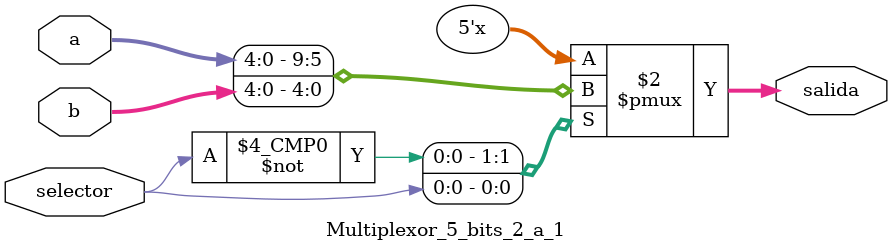
<source format=v>
module Multiplexor_5_bits_2_a_1 ( input [4:0] a, input [4:0] b, input selector,
                                  output reg [4:0] salida );

always @(*) begin
    case(selector)
        1'b0: salida = a;
        1'b1: salida = b;
    endcase
end

endmodule

</source>
